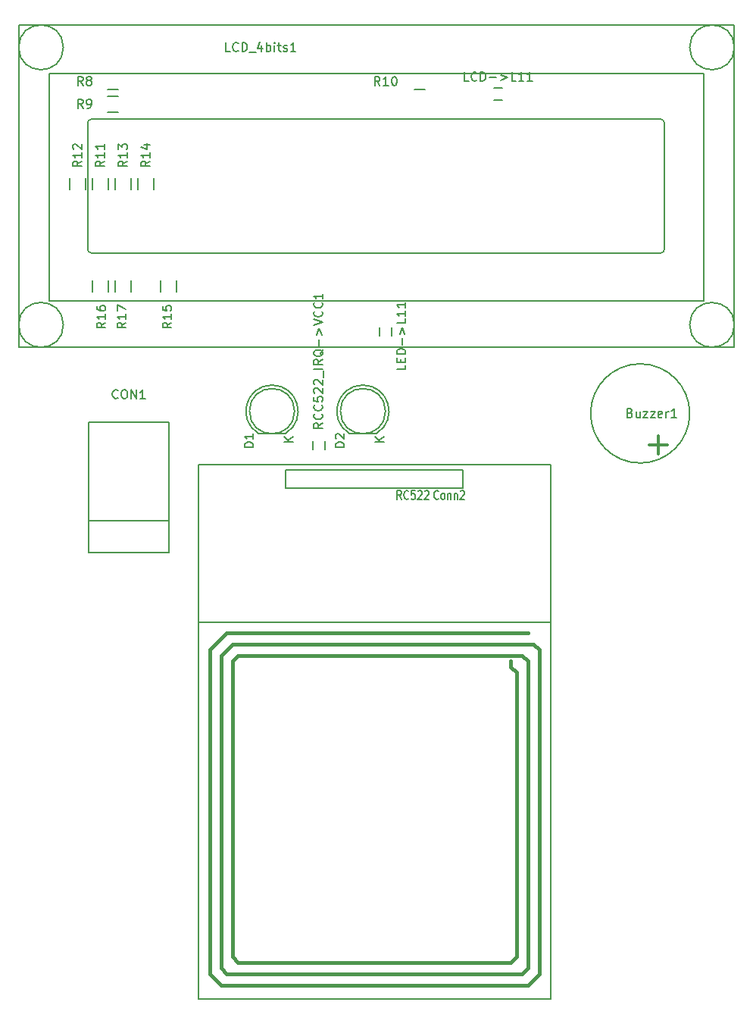
<source format=gbr>
G04 #@! TF.FileFunction,Legend,Top*
%FSLAX46Y46*%
G04 Gerber Fmt 4.6, Leading zero omitted, Abs format (unit mm)*
G04 Created by KiCad (PCBNEW 4.0.2-stable) date 29/08/2016 16:57:44*
%MOMM*%
G01*
G04 APERTURE LIST*
%ADD10C,0.100000*%
%ADD11C,0.150000*%
%ADD12C,0.350000*%
%ADD13C,0.400000*%
%ADD14C,0.200000*%
%ADD15C,0.152400*%
G04 APERTURE END LIST*
D10*
D11*
X63246904Y-79954888D02*
G75*
G03X60222000Y-79970000I-1524904J2484888D01*
G01*
X63222000Y-79970000D02*
X60222000Y-79970000D01*
X64239936Y-77470000D02*
G75*
G03X64239936Y-77470000I-2517936J0D01*
G01*
X31442660Y-44831000D02*
X94942660Y-44831000D01*
X30942280Y-59329320D02*
X30942280Y-45328840D01*
X94942660Y-59829700D02*
X31442660Y-59829700D01*
X95443040Y-45328840D02*
X95443040Y-59329320D01*
X95440500Y-45328840D02*
G75*
G03X94942660Y-44831000I-497840J0D01*
G01*
X94942660Y-59829700D02*
G75*
G03X95443040Y-59329320I0J500380D01*
G01*
X30942280Y-59329320D02*
G75*
G03X31442660Y-59829700I500380J0D01*
G01*
X31442660Y-44828460D02*
G75*
G03X30942280Y-45328840I0J-500380D01*
G01*
X26642060Y-39730680D02*
X99842320Y-39730680D01*
X99842320Y-39730680D02*
X99842320Y-65130680D01*
X99842320Y-65130680D02*
X26642060Y-65130680D01*
X26642060Y-65130680D02*
X26642060Y-39730680D01*
X103240840Y-36830000D02*
G75*
G03X103240840Y-36830000I-2499360J0D01*
G01*
X103240840Y-67830700D02*
G75*
G03X103240840Y-67830700I-2499360J0D01*
G01*
X28244800Y-67830700D02*
G75*
G03X28244800Y-67830700I-2501900J0D01*
G01*
X28242260Y-36830000D02*
G75*
G03X28242260Y-36830000I-2499360J0D01*
G01*
X23241000Y-34330640D02*
X103240840Y-34330640D01*
X103240840Y-34330640D02*
X103240840Y-70330060D01*
X103240840Y-70330060D02*
X23241000Y-70330060D01*
X23241000Y-70330060D02*
X23241000Y-34330640D01*
D12*
X94742000Y-82296000D02*
X94742000Y-80264000D01*
X93726000Y-81280000D02*
X95758000Y-81280000D01*
D11*
X98247962Y-77724000D02*
G75*
G03X98247962Y-77724000I-5537962J0D01*
G01*
X53086904Y-79954888D02*
G75*
G03X50062000Y-79970000I-1524904J2484888D01*
G01*
X53062000Y-79970000D02*
X50062000Y-79970000D01*
X54079936Y-77470000D02*
G75*
G03X54079936Y-77470000I-2517936J0D01*
G01*
X33182000Y-39765000D02*
X34382000Y-39765000D01*
X34382000Y-41515000D02*
X33182000Y-41515000D01*
X34382000Y-44055000D02*
X33182000Y-44055000D01*
X33182000Y-42305000D02*
X34382000Y-42305000D01*
X67472000Y-39765000D02*
X68672000Y-39765000D01*
X68672000Y-41515000D02*
X67472000Y-41515000D01*
D13*
X44577000Y-140335000D02*
X45847000Y-141605000D01*
X45847000Y-141605000D02*
X80137000Y-141605000D01*
X80137000Y-141605000D02*
X81407000Y-140335000D01*
X81407000Y-140335000D02*
X81407000Y-104140000D01*
X81407000Y-104140000D02*
X80772000Y-103505000D01*
X80772000Y-103505000D02*
X47117000Y-103505000D01*
X47117000Y-103505000D02*
X45847000Y-104775000D01*
X45847000Y-104775000D02*
X45847000Y-139700000D01*
X45847000Y-139700000D02*
X46482000Y-140335000D01*
X46482000Y-140335000D02*
X79502000Y-140335000D01*
X79502000Y-140335000D02*
X80137000Y-139700000D01*
X80137000Y-139700000D02*
X80137000Y-105410000D01*
X80137000Y-105410000D02*
X79502000Y-104775000D01*
X79502000Y-104775000D02*
X47752000Y-104775000D01*
X47752000Y-104775000D02*
X47117000Y-105410000D01*
X47117000Y-105410000D02*
X47117000Y-138430000D01*
X47117000Y-138430000D02*
X47752000Y-139065000D01*
X47752000Y-139065000D02*
X78232000Y-139065000D01*
X78232000Y-139065000D02*
X78867000Y-138430000D01*
X78867000Y-138430000D02*
X78867000Y-106680000D01*
X78867000Y-106680000D02*
X78232000Y-106045000D01*
X78232000Y-106045000D02*
X78232000Y-105410000D01*
X80137000Y-102235000D02*
X46482000Y-102235000D01*
X46482000Y-102235000D02*
X44577000Y-104140000D01*
X44577000Y-104140000D02*
X44577000Y-140335000D01*
D11*
X82692000Y-101080000D02*
X43392000Y-101080000D01*
X72898000Y-86106000D02*
X72898000Y-84074000D01*
X72898000Y-84074000D02*
X53086000Y-84074000D01*
X53086000Y-84074000D02*
X53086000Y-86106000D01*
X53086000Y-86106000D02*
X72898000Y-86106000D01*
X82677000Y-83439000D02*
X43307000Y-83439000D01*
X43307000Y-83439000D02*
X43307000Y-143129000D01*
X43307000Y-143129000D02*
X82677000Y-143129000D01*
X82677000Y-143129000D02*
X82677000Y-83439000D01*
X77335000Y-42712000D02*
X76335000Y-42712000D01*
X76335000Y-41362000D02*
X77335000Y-41362000D01*
X64937000Y-68080000D02*
X64937000Y-69080000D01*
X63587000Y-69080000D02*
X63587000Y-68080000D01*
X31059120Y-89725500D02*
X40060880Y-89725500D01*
X31059120Y-93225620D02*
X40060880Y-93225620D01*
X40060880Y-93225620D02*
X40060880Y-78724760D01*
X40060880Y-78724760D02*
X31059120Y-78724760D01*
X31059120Y-78724760D02*
X31059120Y-93225620D01*
X31510000Y-52670000D02*
X31510000Y-51470000D01*
X33260000Y-51470000D02*
X33260000Y-52670000D01*
X30720000Y-51470000D02*
X30720000Y-52670000D01*
X28970000Y-52670000D02*
X28970000Y-51470000D01*
X35800000Y-51470000D02*
X35800000Y-52670000D01*
X34050000Y-52670000D02*
X34050000Y-51470000D01*
X38340000Y-51470000D02*
X38340000Y-52670000D01*
X36590000Y-52670000D02*
X36590000Y-51470000D01*
X40880000Y-62900000D02*
X40880000Y-64100000D01*
X39130000Y-64100000D02*
X39130000Y-62900000D01*
X31510000Y-64100000D02*
X31510000Y-62900000D01*
X33260000Y-62900000D02*
X33260000Y-64100000D01*
X35800000Y-62900000D02*
X35800000Y-64100000D01*
X34050000Y-64100000D02*
X34050000Y-62900000D01*
X57444000Y-80780000D02*
X57444000Y-81780000D01*
X56094000Y-81780000D02*
X56094000Y-80780000D01*
X59634381Y-81510095D02*
X58634381Y-81510095D01*
X58634381Y-81272000D01*
X58682000Y-81129142D01*
X58777238Y-81033904D01*
X58872476Y-80986285D01*
X59062952Y-80938666D01*
X59205810Y-80938666D01*
X59396286Y-80986285D01*
X59491524Y-81033904D01*
X59586762Y-81129142D01*
X59634381Y-81272000D01*
X59634381Y-81510095D01*
X58729619Y-80557714D02*
X58682000Y-80510095D01*
X58634381Y-80414857D01*
X58634381Y-80176761D01*
X58682000Y-80081523D01*
X58729619Y-80033904D01*
X58824857Y-79986285D01*
X58920095Y-79986285D01*
X59062952Y-80033904D01*
X59634381Y-80605333D01*
X59634381Y-79986285D01*
X64079381Y-80906905D02*
X63079381Y-80906905D01*
X64079381Y-80335476D02*
X63507952Y-80764048D01*
X63079381Y-80335476D02*
X63650810Y-80906905D01*
X46887238Y-37282381D02*
X46411047Y-37282381D01*
X46411047Y-36282381D01*
X47792000Y-37187143D02*
X47744381Y-37234762D01*
X47601524Y-37282381D01*
X47506286Y-37282381D01*
X47363428Y-37234762D01*
X47268190Y-37139524D01*
X47220571Y-37044286D01*
X47172952Y-36853810D01*
X47172952Y-36710952D01*
X47220571Y-36520476D01*
X47268190Y-36425238D01*
X47363428Y-36330000D01*
X47506286Y-36282381D01*
X47601524Y-36282381D01*
X47744381Y-36330000D01*
X47792000Y-36377619D01*
X48220571Y-37282381D02*
X48220571Y-36282381D01*
X48458666Y-36282381D01*
X48601524Y-36330000D01*
X48696762Y-36425238D01*
X48744381Y-36520476D01*
X48792000Y-36710952D01*
X48792000Y-36853810D01*
X48744381Y-37044286D01*
X48696762Y-37139524D01*
X48601524Y-37234762D01*
X48458666Y-37282381D01*
X48220571Y-37282381D01*
X48982476Y-37377619D02*
X49744381Y-37377619D01*
X50411048Y-36615714D02*
X50411048Y-37282381D01*
X50172952Y-36234762D02*
X49934857Y-36949048D01*
X50553905Y-36949048D01*
X50934857Y-37282381D02*
X50934857Y-36282381D01*
X50934857Y-36663333D02*
X51030095Y-36615714D01*
X51220572Y-36615714D01*
X51315810Y-36663333D01*
X51363429Y-36710952D01*
X51411048Y-36806190D01*
X51411048Y-37091905D01*
X51363429Y-37187143D01*
X51315810Y-37234762D01*
X51220572Y-37282381D01*
X51030095Y-37282381D01*
X50934857Y-37234762D01*
X51839619Y-37282381D02*
X51839619Y-36615714D01*
X51839619Y-36282381D02*
X51792000Y-36330000D01*
X51839619Y-36377619D01*
X51887238Y-36330000D01*
X51839619Y-36282381D01*
X51839619Y-36377619D01*
X52172952Y-36615714D02*
X52553904Y-36615714D01*
X52315809Y-36282381D02*
X52315809Y-37139524D01*
X52363428Y-37234762D01*
X52458666Y-37282381D01*
X52553904Y-37282381D01*
X52839619Y-37234762D02*
X52934857Y-37282381D01*
X53125333Y-37282381D01*
X53220572Y-37234762D01*
X53268191Y-37139524D01*
X53268191Y-37091905D01*
X53220572Y-36996667D01*
X53125333Y-36949048D01*
X52982476Y-36949048D01*
X52887238Y-36901429D01*
X52839619Y-36806190D01*
X52839619Y-36758571D01*
X52887238Y-36663333D01*
X52982476Y-36615714D01*
X53125333Y-36615714D01*
X53220572Y-36663333D01*
X54220572Y-37282381D02*
X53649143Y-37282381D01*
X53934857Y-37282381D02*
X53934857Y-36282381D01*
X53839619Y-36425238D01*
X53744381Y-36520476D01*
X53649143Y-36568095D01*
X91575238Y-77652571D02*
X91718095Y-77700190D01*
X91765714Y-77747810D01*
X91813333Y-77843048D01*
X91813333Y-77985905D01*
X91765714Y-78081143D01*
X91718095Y-78128762D01*
X91622857Y-78176381D01*
X91241904Y-78176381D01*
X91241904Y-77176381D01*
X91575238Y-77176381D01*
X91670476Y-77224000D01*
X91718095Y-77271619D01*
X91765714Y-77366857D01*
X91765714Y-77462095D01*
X91718095Y-77557333D01*
X91670476Y-77604952D01*
X91575238Y-77652571D01*
X91241904Y-77652571D01*
X92670476Y-77509714D02*
X92670476Y-78176381D01*
X92241904Y-77509714D02*
X92241904Y-78033524D01*
X92289523Y-78128762D01*
X92384761Y-78176381D01*
X92527619Y-78176381D01*
X92622857Y-78128762D01*
X92670476Y-78081143D01*
X93051428Y-77509714D02*
X93575238Y-77509714D01*
X93051428Y-78176381D01*
X93575238Y-78176381D01*
X93860952Y-77509714D02*
X94384762Y-77509714D01*
X93860952Y-78176381D01*
X94384762Y-78176381D01*
X95146667Y-78128762D02*
X95051429Y-78176381D01*
X94860952Y-78176381D01*
X94765714Y-78128762D01*
X94718095Y-78033524D01*
X94718095Y-77652571D01*
X94765714Y-77557333D01*
X94860952Y-77509714D01*
X95051429Y-77509714D01*
X95146667Y-77557333D01*
X95194286Y-77652571D01*
X95194286Y-77747810D01*
X94718095Y-77843048D01*
X95622857Y-78176381D02*
X95622857Y-77509714D01*
X95622857Y-77700190D02*
X95670476Y-77604952D01*
X95718095Y-77557333D01*
X95813333Y-77509714D01*
X95908572Y-77509714D01*
X96765715Y-78176381D02*
X96194286Y-78176381D01*
X96480000Y-78176381D02*
X96480000Y-77176381D01*
X96384762Y-77319238D01*
X96289524Y-77414476D01*
X96194286Y-77462095D01*
X49474381Y-81510095D02*
X48474381Y-81510095D01*
X48474381Y-81272000D01*
X48522000Y-81129142D01*
X48617238Y-81033904D01*
X48712476Y-80986285D01*
X48902952Y-80938666D01*
X49045810Y-80938666D01*
X49236286Y-80986285D01*
X49331524Y-81033904D01*
X49426762Y-81129142D01*
X49474381Y-81272000D01*
X49474381Y-81510095D01*
X49474381Y-79986285D02*
X49474381Y-80557714D01*
X49474381Y-80272000D02*
X48474381Y-80272000D01*
X48617238Y-80367238D01*
X48712476Y-80462476D01*
X48760095Y-80557714D01*
X53919381Y-80906905D02*
X52919381Y-80906905D01*
X53919381Y-80335476D02*
X53347952Y-80764048D01*
X52919381Y-80335476D02*
X53490810Y-80906905D01*
X30440334Y-41092381D02*
X30107000Y-40616190D01*
X29868905Y-41092381D02*
X29868905Y-40092381D01*
X30249858Y-40092381D01*
X30345096Y-40140000D01*
X30392715Y-40187619D01*
X30440334Y-40282857D01*
X30440334Y-40425714D01*
X30392715Y-40520952D01*
X30345096Y-40568571D01*
X30249858Y-40616190D01*
X29868905Y-40616190D01*
X31011762Y-40520952D02*
X30916524Y-40473333D01*
X30868905Y-40425714D01*
X30821286Y-40330476D01*
X30821286Y-40282857D01*
X30868905Y-40187619D01*
X30916524Y-40140000D01*
X31011762Y-40092381D01*
X31202239Y-40092381D01*
X31297477Y-40140000D01*
X31345096Y-40187619D01*
X31392715Y-40282857D01*
X31392715Y-40330476D01*
X31345096Y-40425714D01*
X31297477Y-40473333D01*
X31202239Y-40520952D01*
X31011762Y-40520952D01*
X30916524Y-40568571D01*
X30868905Y-40616190D01*
X30821286Y-40711429D01*
X30821286Y-40901905D01*
X30868905Y-40997143D01*
X30916524Y-41044762D01*
X31011762Y-41092381D01*
X31202239Y-41092381D01*
X31297477Y-41044762D01*
X31345096Y-40997143D01*
X31392715Y-40901905D01*
X31392715Y-40711429D01*
X31345096Y-40616190D01*
X31297477Y-40568571D01*
X31202239Y-40520952D01*
X30440334Y-43632381D02*
X30107000Y-43156190D01*
X29868905Y-43632381D02*
X29868905Y-42632381D01*
X30249858Y-42632381D01*
X30345096Y-42680000D01*
X30392715Y-42727619D01*
X30440334Y-42822857D01*
X30440334Y-42965714D01*
X30392715Y-43060952D01*
X30345096Y-43108571D01*
X30249858Y-43156190D01*
X29868905Y-43156190D01*
X30916524Y-43632381D02*
X31107000Y-43632381D01*
X31202239Y-43584762D01*
X31249858Y-43537143D01*
X31345096Y-43394286D01*
X31392715Y-43203810D01*
X31392715Y-42822857D01*
X31345096Y-42727619D01*
X31297477Y-42680000D01*
X31202239Y-42632381D01*
X31011762Y-42632381D01*
X30916524Y-42680000D01*
X30868905Y-42727619D01*
X30821286Y-42822857D01*
X30821286Y-43060952D01*
X30868905Y-43156190D01*
X30916524Y-43203810D01*
X31011762Y-43251429D01*
X31202239Y-43251429D01*
X31297477Y-43203810D01*
X31345096Y-43156190D01*
X31392715Y-43060952D01*
X63619143Y-41092381D02*
X63285809Y-40616190D01*
X63047714Y-41092381D02*
X63047714Y-40092381D01*
X63428667Y-40092381D01*
X63523905Y-40140000D01*
X63571524Y-40187619D01*
X63619143Y-40282857D01*
X63619143Y-40425714D01*
X63571524Y-40520952D01*
X63523905Y-40568571D01*
X63428667Y-40616190D01*
X63047714Y-40616190D01*
X64571524Y-41092381D02*
X64000095Y-41092381D01*
X64285809Y-41092381D02*
X64285809Y-40092381D01*
X64190571Y-40235238D01*
X64095333Y-40330476D01*
X64000095Y-40378095D01*
X65190571Y-40092381D02*
X65285810Y-40092381D01*
X65381048Y-40140000D01*
X65428667Y-40187619D01*
X65476286Y-40282857D01*
X65523905Y-40473333D01*
X65523905Y-40711429D01*
X65476286Y-40901905D01*
X65428667Y-40997143D01*
X65381048Y-41044762D01*
X65285810Y-41092381D01*
X65190571Y-41092381D01*
X65095333Y-41044762D01*
X65047714Y-40997143D01*
X65000095Y-40901905D01*
X64952476Y-40711429D01*
X64952476Y-40473333D01*
X65000095Y-40282857D01*
X65047714Y-40187619D01*
X65095333Y-40140000D01*
X65190571Y-40092381D01*
D14*
X70154952Y-87225143D02*
X70116857Y-87272762D01*
X70002571Y-87320381D01*
X69926381Y-87320381D01*
X69812095Y-87272762D01*
X69735904Y-87177524D01*
X69697809Y-87082286D01*
X69659714Y-86891810D01*
X69659714Y-86748952D01*
X69697809Y-86558476D01*
X69735904Y-86463238D01*
X69812095Y-86368000D01*
X69926381Y-86320381D01*
X70002571Y-86320381D01*
X70116857Y-86368000D01*
X70154952Y-86415619D01*
X70612095Y-87320381D02*
X70535904Y-87272762D01*
X70497809Y-87225143D01*
X70459714Y-87129905D01*
X70459714Y-86844190D01*
X70497809Y-86748952D01*
X70535904Y-86701333D01*
X70612095Y-86653714D01*
X70726381Y-86653714D01*
X70802571Y-86701333D01*
X70840666Y-86748952D01*
X70878762Y-86844190D01*
X70878762Y-87129905D01*
X70840666Y-87225143D01*
X70802571Y-87272762D01*
X70726381Y-87320381D01*
X70612095Y-87320381D01*
X71221619Y-86653714D02*
X71221619Y-87320381D01*
X71221619Y-86748952D02*
X71259714Y-86701333D01*
X71335905Y-86653714D01*
X71450191Y-86653714D01*
X71526381Y-86701333D01*
X71564476Y-86796571D01*
X71564476Y-87320381D01*
X71945429Y-86653714D02*
X71945429Y-87320381D01*
X71945429Y-86748952D02*
X71983524Y-86701333D01*
X72059715Y-86653714D01*
X72174001Y-86653714D01*
X72250191Y-86701333D01*
X72288286Y-86796571D01*
X72288286Y-87320381D01*
X72631144Y-86415619D02*
X72669239Y-86368000D01*
X72745430Y-86320381D01*
X72935906Y-86320381D01*
X73012096Y-86368000D01*
X73050192Y-86415619D01*
X73088287Y-86510857D01*
X73088287Y-86606095D01*
X73050192Y-86748952D01*
X72593049Y-87320381D01*
X73088287Y-87320381D01*
X66014762Y-87320381D02*
X65748095Y-86844190D01*
X65557619Y-87320381D02*
X65557619Y-86320381D01*
X65862381Y-86320381D01*
X65938572Y-86368000D01*
X65976667Y-86415619D01*
X66014762Y-86510857D01*
X66014762Y-86653714D01*
X65976667Y-86748952D01*
X65938572Y-86796571D01*
X65862381Y-86844190D01*
X65557619Y-86844190D01*
X66814762Y-87225143D02*
X66776667Y-87272762D01*
X66662381Y-87320381D01*
X66586191Y-87320381D01*
X66471905Y-87272762D01*
X66395714Y-87177524D01*
X66357619Y-87082286D01*
X66319524Y-86891810D01*
X66319524Y-86748952D01*
X66357619Y-86558476D01*
X66395714Y-86463238D01*
X66471905Y-86368000D01*
X66586191Y-86320381D01*
X66662381Y-86320381D01*
X66776667Y-86368000D01*
X66814762Y-86415619D01*
X67538572Y-86320381D02*
X67157619Y-86320381D01*
X67119524Y-86796571D01*
X67157619Y-86748952D01*
X67233810Y-86701333D01*
X67424286Y-86701333D01*
X67500476Y-86748952D01*
X67538572Y-86796571D01*
X67576667Y-86891810D01*
X67576667Y-87129905D01*
X67538572Y-87225143D01*
X67500476Y-87272762D01*
X67424286Y-87320381D01*
X67233810Y-87320381D01*
X67157619Y-87272762D01*
X67119524Y-87225143D01*
X67881429Y-86415619D02*
X67919524Y-86368000D01*
X67995715Y-86320381D01*
X68186191Y-86320381D01*
X68262381Y-86368000D01*
X68300477Y-86415619D01*
X68338572Y-86510857D01*
X68338572Y-86606095D01*
X68300477Y-86748952D01*
X67843334Y-87320381D01*
X68338572Y-87320381D01*
X68643334Y-86415619D02*
X68681429Y-86368000D01*
X68757620Y-86320381D01*
X68948096Y-86320381D01*
X69024286Y-86368000D01*
X69062382Y-86415619D01*
X69100477Y-86510857D01*
X69100477Y-86606095D01*
X69062382Y-86748952D01*
X68605239Y-87320381D01*
X69100477Y-87320381D01*
D15*
X73549286Y-40589381D02*
X73073095Y-40589381D01*
X73073095Y-39589381D01*
X74454048Y-40494143D02*
X74406429Y-40541762D01*
X74263572Y-40589381D01*
X74168334Y-40589381D01*
X74025476Y-40541762D01*
X73930238Y-40446524D01*
X73882619Y-40351286D01*
X73835000Y-40160810D01*
X73835000Y-40017952D01*
X73882619Y-39827476D01*
X73930238Y-39732238D01*
X74025476Y-39637000D01*
X74168334Y-39589381D01*
X74263572Y-39589381D01*
X74406429Y-39637000D01*
X74454048Y-39684619D01*
X74882619Y-40589381D02*
X74882619Y-39589381D01*
X75120714Y-39589381D01*
X75263572Y-39637000D01*
X75358810Y-39732238D01*
X75406429Y-39827476D01*
X75454048Y-40017952D01*
X75454048Y-40160810D01*
X75406429Y-40351286D01*
X75358810Y-40446524D01*
X75263572Y-40541762D01*
X75120714Y-40589381D01*
X74882619Y-40589381D01*
X75882619Y-40208429D02*
X76644524Y-40208429D01*
X77120714Y-39922714D02*
X77882619Y-40208429D01*
X77120714Y-40494143D01*
X78835000Y-40589381D02*
X78358809Y-40589381D01*
X78358809Y-39589381D01*
X79692143Y-40589381D02*
X79120714Y-40589381D01*
X79406428Y-40589381D02*
X79406428Y-39589381D01*
X79311190Y-39732238D01*
X79215952Y-39827476D01*
X79120714Y-39875095D01*
X80644524Y-40589381D02*
X80073095Y-40589381D01*
X80358809Y-40589381D02*
X80358809Y-39589381D01*
X80263571Y-39732238D01*
X80168333Y-39827476D01*
X80073095Y-39875095D01*
X66492381Y-72326095D02*
X66492381Y-72802286D01*
X65492381Y-72802286D01*
X65968571Y-71992762D02*
X65968571Y-71659428D01*
X66492381Y-71516571D02*
X66492381Y-71992762D01*
X65492381Y-71992762D01*
X65492381Y-71516571D01*
X66492381Y-71088000D02*
X65492381Y-71088000D01*
X65492381Y-70849905D01*
X65540000Y-70707047D01*
X65635238Y-70611809D01*
X65730476Y-70564190D01*
X65920952Y-70516571D01*
X66063810Y-70516571D01*
X66254286Y-70564190D01*
X66349524Y-70611809D01*
X66444762Y-70707047D01*
X66492381Y-70849905D01*
X66492381Y-71088000D01*
X66111429Y-70088000D02*
X66111429Y-69326095D01*
X65825714Y-68849905D02*
X66111429Y-68088000D01*
X66397143Y-68849905D01*
X66492381Y-67135619D02*
X66492381Y-67611810D01*
X65492381Y-67611810D01*
X66492381Y-66278476D02*
X66492381Y-66849905D01*
X66492381Y-66564191D02*
X65492381Y-66564191D01*
X65635238Y-66659429D01*
X65730476Y-66754667D01*
X65778095Y-66849905D01*
X66492381Y-65326095D02*
X66492381Y-65897524D01*
X66492381Y-65611810D02*
X65492381Y-65611810D01*
X65635238Y-65707048D01*
X65730476Y-65802286D01*
X65778095Y-65897524D01*
D11*
X34345715Y-75983103D02*
X34298096Y-76030722D01*
X34155239Y-76078341D01*
X34060001Y-76078341D01*
X33917143Y-76030722D01*
X33821905Y-75935484D01*
X33774286Y-75840246D01*
X33726667Y-75649770D01*
X33726667Y-75506912D01*
X33774286Y-75316436D01*
X33821905Y-75221198D01*
X33917143Y-75125960D01*
X34060001Y-75078341D01*
X34155239Y-75078341D01*
X34298096Y-75125960D01*
X34345715Y-75173579D01*
X34964762Y-75078341D02*
X35155239Y-75078341D01*
X35250477Y-75125960D01*
X35345715Y-75221198D01*
X35393334Y-75411674D01*
X35393334Y-75745008D01*
X35345715Y-75935484D01*
X35250477Y-76030722D01*
X35155239Y-76078341D01*
X34964762Y-76078341D01*
X34869524Y-76030722D01*
X34774286Y-75935484D01*
X34726667Y-75745008D01*
X34726667Y-75411674D01*
X34774286Y-75221198D01*
X34869524Y-75125960D01*
X34964762Y-75078341D01*
X35821905Y-76078341D02*
X35821905Y-75078341D01*
X36393334Y-76078341D01*
X36393334Y-75078341D01*
X37393334Y-76078341D02*
X36821905Y-76078341D01*
X37107619Y-76078341D02*
X37107619Y-75078341D01*
X37012381Y-75221198D01*
X36917143Y-75316436D01*
X36821905Y-75364055D01*
X32837381Y-49537857D02*
X32361190Y-49871191D01*
X32837381Y-50109286D02*
X31837381Y-50109286D01*
X31837381Y-49728333D01*
X31885000Y-49633095D01*
X31932619Y-49585476D01*
X32027857Y-49537857D01*
X32170714Y-49537857D01*
X32265952Y-49585476D01*
X32313571Y-49633095D01*
X32361190Y-49728333D01*
X32361190Y-50109286D01*
X32837381Y-48585476D02*
X32837381Y-49156905D01*
X32837381Y-48871191D02*
X31837381Y-48871191D01*
X31980238Y-48966429D01*
X32075476Y-49061667D01*
X32123095Y-49156905D01*
X32837381Y-47633095D02*
X32837381Y-48204524D01*
X32837381Y-47918810D02*
X31837381Y-47918810D01*
X31980238Y-48014048D01*
X32075476Y-48109286D01*
X32123095Y-48204524D01*
X30297381Y-49537857D02*
X29821190Y-49871191D01*
X30297381Y-50109286D02*
X29297381Y-50109286D01*
X29297381Y-49728333D01*
X29345000Y-49633095D01*
X29392619Y-49585476D01*
X29487857Y-49537857D01*
X29630714Y-49537857D01*
X29725952Y-49585476D01*
X29773571Y-49633095D01*
X29821190Y-49728333D01*
X29821190Y-50109286D01*
X30297381Y-48585476D02*
X30297381Y-49156905D01*
X30297381Y-48871191D02*
X29297381Y-48871191D01*
X29440238Y-48966429D01*
X29535476Y-49061667D01*
X29583095Y-49156905D01*
X29392619Y-48204524D02*
X29345000Y-48156905D01*
X29297381Y-48061667D01*
X29297381Y-47823571D01*
X29345000Y-47728333D01*
X29392619Y-47680714D01*
X29487857Y-47633095D01*
X29583095Y-47633095D01*
X29725952Y-47680714D01*
X30297381Y-48252143D01*
X30297381Y-47633095D01*
X35377381Y-49537857D02*
X34901190Y-49871191D01*
X35377381Y-50109286D02*
X34377381Y-50109286D01*
X34377381Y-49728333D01*
X34425000Y-49633095D01*
X34472619Y-49585476D01*
X34567857Y-49537857D01*
X34710714Y-49537857D01*
X34805952Y-49585476D01*
X34853571Y-49633095D01*
X34901190Y-49728333D01*
X34901190Y-50109286D01*
X35377381Y-48585476D02*
X35377381Y-49156905D01*
X35377381Y-48871191D02*
X34377381Y-48871191D01*
X34520238Y-48966429D01*
X34615476Y-49061667D01*
X34663095Y-49156905D01*
X34377381Y-48252143D02*
X34377381Y-47633095D01*
X34758333Y-47966429D01*
X34758333Y-47823571D01*
X34805952Y-47728333D01*
X34853571Y-47680714D01*
X34948810Y-47633095D01*
X35186905Y-47633095D01*
X35282143Y-47680714D01*
X35329762Y-47728333D01*
X35377381Y-47823571D01*
X35377381Y-48109286D01*
X35329762Y-48204524D01*
X35282143Y-48252143D01*
X37917381Y-49537857D02*
X37441190Y-49871191D01*
X37917381Y-50109286D02*
X36917381Y-50109286D01*
X36917381Y-49728333D01*
X36965000Y-49633095D01*
X37012619Y-49585476D01*
X37107857Y-49537857D01*
X37250714Y-49537857D01*
X37345952Y-49585476D01*
X37393571Y-49633095D01*
X37441190Y-49728333D01*
X37441190Y-50109286D01*
X37917381Y-48585476D02*
X37917381Y-49156905D01*
X37917381Y-48871191D02*
X36917381Y-48871191D01*
X37060238Y-48966429D01*
X37155476Y-49061667D01*
X37203095Y-49156905D01*
X37250714Y-47728333D02*
X37917381Y-47728333D01*
X36869762Y-47966429D02*
X37584048Y-48204524D01*
X37584048Y-47585476D01*
X40330381Y-67571857D02*
X39854190Y-67905191D01*
X40330381Y-68143286D02*
X39330381Y-68143286D01*
X39330381Y-67762333D01*
X39378000Y-67667095D01*
X39425619Y-67619476D01*
X39520857Y-67571857D01*
X39663714Y-67571857D01*
X39758952Y-67619476D01*
X39806571Y-67667095D01*
X39854190Y-67762333D01*
X39854190Y-68143286D01*
X40330381Y-66619476D02*
X40330381Y-67190905D01*
X40330381Y-66905191D02*
X39330381Y-66905191D01*
X39473238Y-67000429D01*
X39568476Y-67095667D01*
X39616095Y-67190905D01*
X39330381Y-65714714D02*
X39330381Y-66190905D01*
X39806571Y-66238524D01*
X39758952Y-66190905D01*
X39711333Y-66095667D01*
X39711333Y-65857571D01*
X39758952Y-65762333D01*
X39806571Y-65714714D01*
X39901810Y-65667095D01*
X40139905Y-65667095D01*
X40235143Y-65714714D01*
X40282762Y-65762333D01*
X40330381Y-65857571D01*
X40330381Y-66095667D01*
X40282762Y-66190905D01*
X40235143Y-66238524D01*
X32964381Y-67571857D02*
X32488190Y-67905191D01*
X32964381Y-68143286D02*
X31964381Y-68143286D01*
X31964381Y-67762333D01*
X32012000Y-67667095D01*
X32059619Y-67619476D01*
X32154857Y-67571857D01*
X32297714Y-67571857D01*
X32392952Y-67619476D01*
X32440571Y-67667095D01*
X32488190Y-67762333D01*
X32488190Y-68143286D01*
X32964381Y-66619476D02*
X32964381Y-67190905D01*
X32964381Y-66905191D02*
X31964381Y-66905191D01*
X32107238Y-67000429D01*
X32202476Y-67095667D01*
X32250095Y-67190905D01*
X31964381Y-65762333D02*
X31964381Y-65952810D01*
X32012000Y-66048048D01*
X32059619Y-66095667D01*
X32202476Y-66190905D01*
X32392952Y-66238524D01*
X32773905Y-66238524D01*
X32869143Y-66190905D01*
X32916762Y-66143286D01*
X32964381Y-66048048D01*
X32964381Y-65857571D01*
X32916762Y-65762333D01*
X32869143Y-65714714D01*
X32773905Y-65667095D01*
X32535810Y-65667095D01*
X32440571Y-65714714D01*
X32392952Y-65762333D01*
X32345333Y-65857571D01*
X32345333Y-66048048D01*
X32392952Y-66143286D01*
X32440571Y-66190905D01*
X32535810Y-66238524D01*
X35250381Y-67571857D02*
X34774190Y-67905191D01*
X35250381Y-68143286D02*
X34250381Y-68143286D01*
X34250381Y-67762333D01*
X34298000Y-67667095D01*
X34345619Y-67619476D01*
X34440857Y-67571857D01*
X34583714Y-67571857D01*
X34678952Y-67619476D01*
X34726571Y-67667095D01*
X34774190Y-67762333D01*
X34774190Y-68143286D01*
X35250381Y-66619476D02*
X35250381Y-67190905D01*
X35250381Y-66905191D02*
X34250381Y-66905191D01*
X34393238Y-67000429D01*
X34488476Y-67095667D01*
X34536095Y-67190905D01*
X34250381Y-66286143D02*
X34250381Y-65619476D01*
X35250381Y-66048048D01*
D15*
X57221381Y-78786761D02*
X56745190Y-79120095D01*
X57221381Y-79358190D02*
X56221381Y-79358190D01*
X56221381Y-78977237D01*
X56269000Y-78881999D01*
X56316619Y-78834380D01*
X56411857Y-78786761D01*
X56554714Y-78786761D01*
X56649952Y-78834380D01*
X56697571Y-78881999D01*
X56745190Y-78977237D01*
X56745190Y-79358190D01*
X57126143Y-77786761D02*
X57173762Y-77834380D01*
X57221381Y-77977237D01*
X57221381Y-78072475D01*
X57173762Y-78215333D01*
X57078524Y-78310571D01*
X56983286Y-78358190D01*
X56792810Y-78405809D01*
X56649952Y-78405809D01*
X56459476Y-78358190D01*
X56364238Y-78310571D01*
X56269000Y-78215333D01*
X56221381Y-78072475D01*
X56221381Y-77977237D01*
X56269000Y-77834380D01*
X56316619Y-77786761D01*
X57126143Y-76786761D02*
X57173762Y-76834380D01*
X57221381Y-76977237D01*
X57221381Y-77072475D01*
X57173762Y-77215333D01*
X57078524Y-77310571D01*
X56983286Y-77358190D01*
X56792810Y-77405809D01*
X56649952Y-77405809D01*
X56459476Y-77358190D01*
X56364238Y-77310571D01*
X56269000Y-77215333D01*
X56221381Y-77072475D01*
X56221381Y-76977237D01*
X56269000Y-76834380D01*
X56316619Y-76786761D01*
X56221381Y-75881999D02*
X56221381Y-76358190D01*
X56697571Y-76405809D01*
X56649952Y-76358190D01*
X56602333Y-76262952D01*
X56602333Y-76024856D01*
X56649952Y-75929618D01*
X56697571Y-75881999D01*
X56792810Y-75834380D01*
X57030905Y-75834380D01*
X57126143Y-75881999D01*
X57173762Y-75929618D01*
X57221381Y-76024856D01*
X57221381Y-76262952D01*
X57173762Y-76358190D01*
X57126143Y-76405809D01*
X56316619Y-75453428D02*
X56269000Y-75405809D01*
X56221381Y-75310571D01*
X56221381Y-75072475D01*
X56269000Y-74977237D01*
X56316619Y-74929618D01*
X56411857Y-74881999D01*
X56507095Y-74881999D01*
X56649952Y-74929618D01*
X57221381Y-75501047D01*
X57221381Y-74881999D01*
X56316619Y-74501047D02*
X56269000Y-74453428D01*
X56221381Y-74358190D01*
X56221381Y-74120094D01*
X56269000Y-74024856D01*
X56316619Y-73977237D01*
X56411857Y-73929618D01*
X56507095Y-73929618D01*
X56649952Y-73977237D01*
X57221381Y-74548666D01*
X57221381Y-73929618D01*
X57316619Y-73739142D02*
X57316619Y-72977237D01*
X57221381Y-72739142D02*
X56221381Y-72739142D01*
X57221381Y-71691523D02*
X56745190Y-72024857D01*
X57221381Y-72262952D02*
X56221381Y-72262952D01*
X56221381Y-71881999D01*
X56269000Y-71786761D01*
X56316619Y-71739142D01*
X56411857Y-71691523D01*
X56554714Y-71691523D01*
X56649952Y-71739142D01*
X56697571Y-71786761D01*
X56745190Y-71881999D01*
X56745190Y-72262952D01*
X57316619Y-70596285D02*
X57269000Y-70691523D01*
X57173762Y-70786761D01*
X57030905Y-70929618D01*
X56983286Y-71024857D01*
X56983286Y-71120095D01*
X57221381Y-71072476D02*
X57173762Y-71167714D01*
X57078524Y-71262952D01*
X56888048Y-71310571D01*
X56554714Y-71310571D01*
X56364238Y-71262952D01*
X56269000Y-71167714D01*
X56221381Y-71072476D01*
X56221381Y-70881999D01*
X56269000Y-70786761D01*
X56364238Y-70691523D01*
X56554714Y-70643904D01*
X56888048Y-70643904D01*
X57078524Y-70691523D01*
X57173762Y-70786761D01*
X57221381Y-70881999D01*
X57221381Y-71072476D01*
X56840429Y-70215333D02*
X56840429Y-69453428D01*
X56554714Y-68977238D02*
X56840429Y-68215333D01*
X57126143Y-68977238D01*
X56221381Y-67882000D02*
X57221381Y-67548667D01*
X56221381Y-67215333D01*
X57126143Y-66310571D02*
X57173762Y-66358190D01*
X57221381Y-66501047D01*
X57221381Y-66596285D01*
X57173762Y-66739143D01*
X57078524Y-66834381D01*
X56983286Y-66882000D01*
X56792810Y-66929619D01*
X56649952Y-66929619D01*
X56459476Y-66882000D01*
X56364238Y-66834381D01*
X56269000Y-66739143D01*
X56221381Y-66596285D01*
X56221381Y-66501047D01*
X56269000Y-66358190D01*
X56316619Y-66310571D01*
X57126143Y-65310571D02*
X57173762Y-65358190D01*
X57221381Y-65501047D01*
X57221381Y-65596285D01*
X57173762Y-65739143D01*
X57078524Y-65834381D01*
X56983286Y-65882000D01*
X56792810Y-65929619D01*
X56649952Y-65929619D01*
X56459476Y-65882000D01*
X56364238Y-65834381D01*
X56269000Y-65739143D01*
X56221381Y-65596285D01*
X56221381Y-65501047D01*
X56269000Y-65358190D01*
X56316619Y-65310571D01*
X57221381Y-64358190D02*
X57221381Y-64929619D01*
X57221381Y-64643905D02*
X56221381Y-64643905D01*
X56364238Y-64739143D01*
X56459476Y-64834381D01*
X56507095Y-64929619D01*
M02*

</source>
